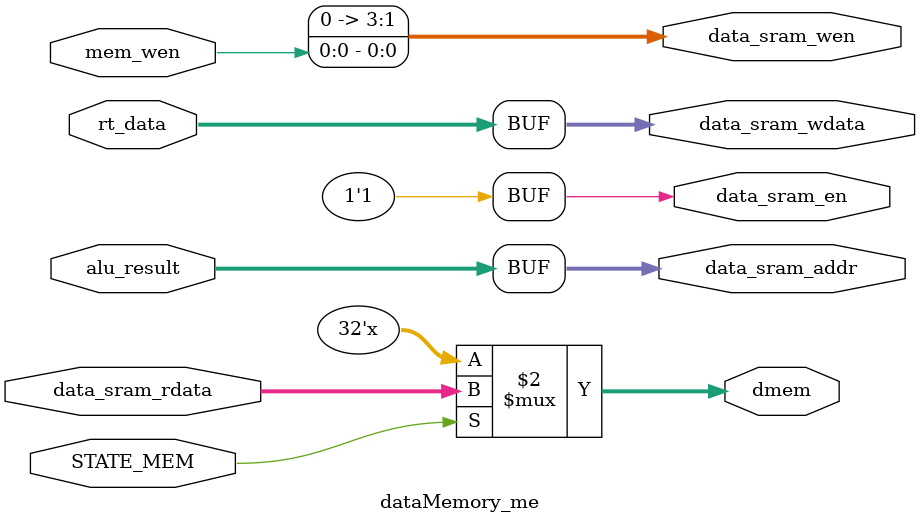
<source format=v>
module dataMemory_me (
    output data_sram_en,       // 数据存储器端口读/写使能
    output [3:0]     data_sram_wen,      // 数据存储器写使能      
    output [31:0]    data_sram_addr,     // 数据存储器读/写地址
    output [31:0]    data_sram_wdata,    // 写入数据存储器的数据
    input [31:0]     data_sram_rdata,    // 数据存储器读出的数据

    input [31:0] alu_result,

    input mem_wen,
    input [31:0] rt_data,
    input STATE_MEM,

    output reg [31:0] dmem
);

assign data_sram_en = 1'b1;
assign data_sram_wen = {3'b0, mem_wen};
assign data_sram_addr = alu_result;
assign data_sram_wdata = rt_data;

always @ (*) begin
    if (STATE_MEM) begin
        dmem <= data_sram_rdata;
    end
end

endmodule
</source>
